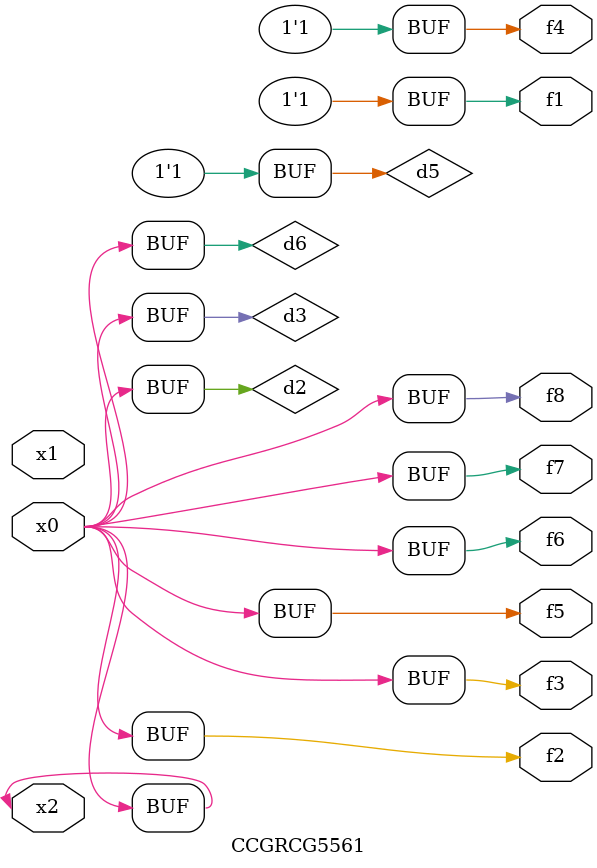
<source format=v>
module CCGRCG5561(
	input x0, x1, x2,
	output f1, f2, f3, f4, f5, f6, f7, f8
);

	wire d1, d2, d3, d4, d5, d6;

	xnor (d1, x2);
	buf (d2, x0, x2);
	and (d3, x0);
	xnor (d4, x1, x2);
	nand (d5, d1, d3);
	buf (d6, d2, d3);
	assign f1 = d5;
	assign f2 = d6;
	assign f3 = d6;
	assign f4 = d5;
	assign f5 = d6;
	assign f6 = d6;
	assign f7 = d6;
	assign f8 = d6;
endmodule

</source>
